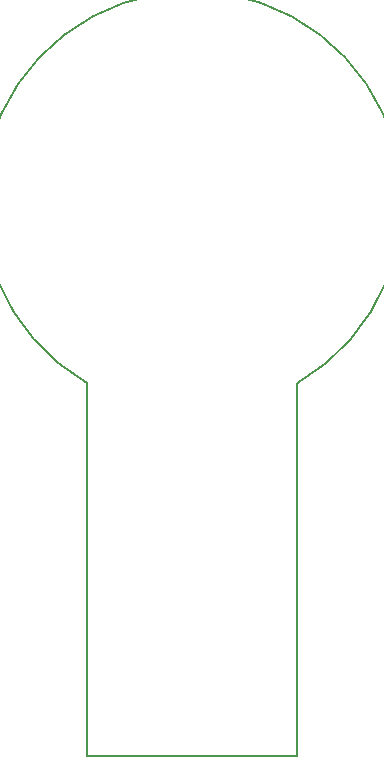
<source format=gm1>
G04 #@! TF.GenerationSoftware,KiCad,Pcbnew,5.0.2-bee76a0~70~ubuntu18.04.1*
G04 #@! TF.CreationDate,2019-11-24T23:22:00-05:00*
G04 #@! TF.ProjectId,328_Hacker,3332385f-4861-4636-9b65-722e6b696361,rev?*
G04 #@! TF.SameCoordinates,Original*
G04 #@! TF.FileFunction,Profile,NP*
%FSLAX46Y46*%
G04 Gerber Fmt 4.6, Leading zero omitted, Abs format (unit mm)*
G04 Created by KiCad (PCBNEW 5.0.2-bee76a0~70~ubuntu18.04.1) date Sun 24 Nov 2019 11:22:00 PM EST*
%MOMM*%
%LPD*%
G01*
G04 APERTURE LIST*
%ADD10C,0.200000*%
G04 APERTURE END LIST*
D10*
X78851760Y-56789320D02*
X78851760Y-88381388D01*
X61071760Y-56789320D02*
G75*
G02X78851760Y-56789320I8890000J15397932D01*
G01*
X61071760Y-88381388D02*
X78851760Y-88381388D01*
X61071760Y-56789320D02*
X61071760Y-88381388D01*
M02*

</source>
